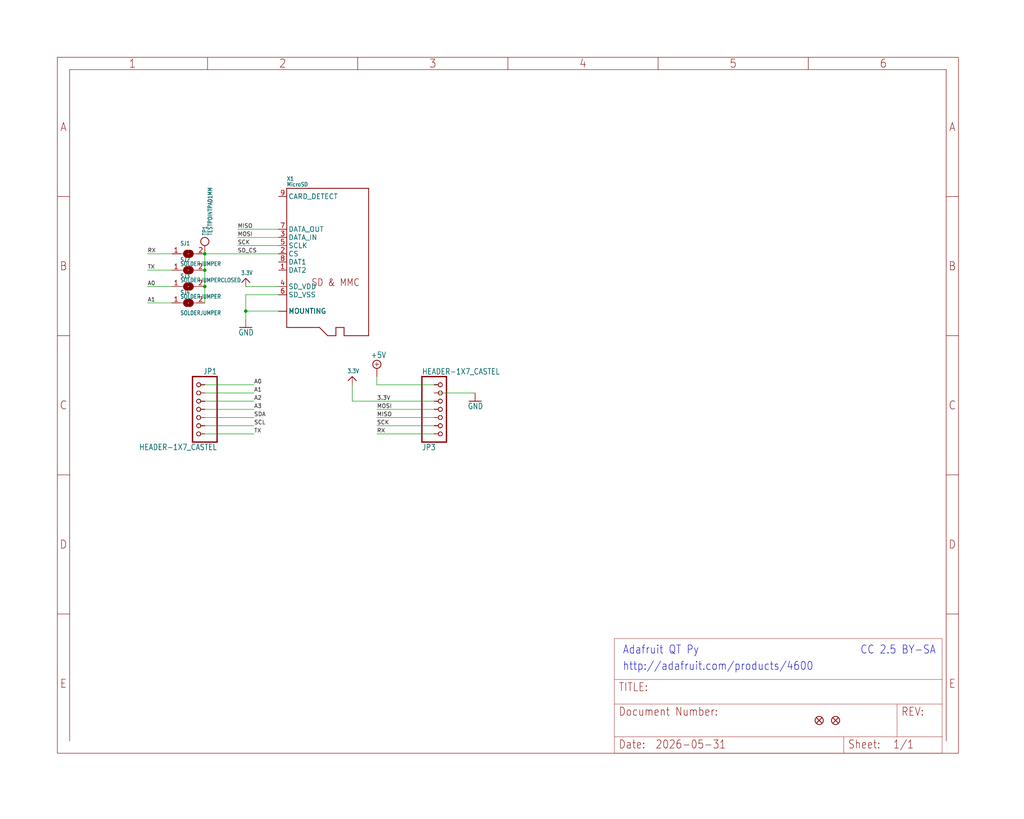
<source format=kicad_sch>
(kicad_sch (version 20250114) (generator "eeschema") (generator_version "9.0")
  (paper "User" 317.5 254.127)
  (lib_symbols
    (symbol "Adafruit microSD BFF-eagle-import:+5V" (power)
      (symbol "+5V_1_0"
        (polyline (pts (xy -0.635 1.27) (xy 0.635 1.27)) (stroke (width 0.1524)))
        (circle (center 0 1.27) (radius 1.27) (stroke (width 0.254)))
        (polyline (pts (xy 0 0.635) (xy 0 1.905)) (stroke (width 0.1524)))
        (pin power_in line (at 0 -2.54 90) (length 2.54) (name "+5V") (number "1"))
      )
    )
    (symbol "Adafruit microSD BFF-eagle-import:3.3V" (power)
      (symbol "3.3V_1_0"
        (polyline (pts (xy -1.27 -1.27) (xy 0 0)) (stroke (width 0.254)))
        (polyline (pts (xy 0 0) (xy 1.27 -1.27)) (stroke (width 0.254)))
        (pin power_in line (at 0 -2.54 90) (length 2.54) (name "3.3V") (number "1"))
      )
    )
    (symbol "Adafruit microSD BFF-eagle-import:FIDUCIAL_1MM"
      (symbol "FIDUCIAL_1MM_1_0"
        (polyline (pts (xy -0.762 0.762) (xy 0.762 -0.762)) (stroke (width 0.254)))
        (circle (center 0 0) (radius 1.27) (stroke (width 0.254)))
        (polyline (pts (xy 0.762 0.762) (xy -0.762 -0.762)) (stroke (width 0.254)))
      )
    )
    (symbol "Adafruit microSD BFF-eagle-import:FRAME_A_L"
      (symbol "FRAME_A_L_1_0"
        (polyline (pts (xy 0 215.9) (xy 279.4 215.9) (xy 279.4 0) (xy 0 0) (xy 0 215.9)))
        (polyline (pts (xy 0 172.72) (xy 3.81 172.72)))
        (polyline (pts (xy 0 129.54) (xy 3.81 129.54)))
        (polyline (pts (xy 0 86.36) (xy 3.81 86.36)))
        (polyline (pts (xy 0 43.18) (xy 3.81 43.18)))
        (polyline (pts (xy 3.81 212.09) (xy 3.81 3.81)))
        (polyline (pts (xy 46.5667 215.9) (xy 46.5667 212.09)))
        (polyline (pts (xy 93.1333 215.9) (xy 93.1333 212.09)))
        (polyline (pts (xy 139.7 215.9) (xy 139.7 212.09)))
        (polyline (pts (xy 186.2667 215.9) (xy 186.2667 212.09)))
        (polyline (pts (xy 232.8333 215.9) (xy 232.8333 212.09)))
        (polyline (pts (xy 275.59 212.09) (xy 3.81 212.09)))
        (polyline (pts (xy 275.59 212.09) (xy 275.59 3.81)))
        (polyline (pts (xy 275.59 172.72) (xy 279.4 172.72)))
        (polyline (pts (xy 275.59 129.54) (xy 279.4 129.54)))
        (polyline (pts (xy 275.59 86.36) (xy 279.4 86.36)))
        (polyline (pts (xy 275.59 43.18) (xy 279.4 43.18)))
        (text "A" (at 1.905 194.31 0) (effects (font (size 2.54 2.286))))
        (text "B" (at 1.905 151.13 0) (effects (font (size 2.54 2.286))))
        (text "C" (at 1.905 107.95 0) (effects (font (size 2.54 2.286))))
        (text "D" (at 1.905 64.77 0) (effects (font (size 2.54 2.286))))
        (text "E" (at 1.905 21.59 0) (effects (font (size 2.54 2.286))))
        (text "1" (at 23.2833 213.995 0) (effects (font (size 2.54 2.286))))
        (text "2" (at 69.85 213.995 0) (effects (font (size 2.54 2.286))))
        (text "3" (at 116.4167 213.995 0) (effects (font (size 2.54 2.286))))
        (text "4" (at 162.9833 213.995 0) (effects (font (size 2.54 2.286))))
        (text "5" (at 209.55 213.995 0) (effects (font (size 2.54 2.286))))
        (text "6" (at 256.1167 213.995 0) (effects (font (size 2.54 2.286))))
        (text "A" (at 277.495 194.31 0) (effects (font (size 2.54 2.286))))
        (text "B" (at 277.495 151.13 0) (effects (font (size 2.54 2.286))))
        (text "C" (at 277.495 107.95 0) (effects (font (size 2.54 2.286))))
        (text "D" (at 277.495 64.77 0) (effects (font (size 2.54 2.286))))
        (text "E" (at 277.495 21.59 0) (effects (font (size 2.54 2.286))))
      )
      (symbol "FRAME_A_L_2_0"
        (polyline (pts (xy 0 22.86) (xy 0 35.56)) (stroke (width 0.1016)))
        (polyline (pts (xy 0 22.86) (xy 101.6 22.86)) (stroke (width 0.1016)))
        (polyline (pts (xy 0 15.24) (xy 0 22.86)) (stroke (width 0.1016)))
        (polyline (pts (xy 0 5.08) (xy 0 15.24)) (stroke (width 0.1016)))
        (polyline (pts (xy 0 5.08) (xy 71.12 5.08)) (stroke (width 0.1016)))
        (polyline (pts (xy 0 0) (xy 0 5.08)) (stroke (width 0.1016)))
        (polyline (pts (xy 0 0) (xy 71.12 0)) (stroke (width 0.1016)))
        (polyline (pts (xy 71.12 5.08) (xy 71.12 0)) (stroke (width 0.1016)))
        (polyline (pts (xy 71.12 5.08) (xy 87.63 5.08)) (stroke (width 0.1016)))
        (polyline (pts (xy 71.12 0) (xy 101.6 0)) (stroke (width 0.1016)))
        (polyline (pts (xy 87.63 15.24) (xy 0 15.24)) (stroke (width 0.1016)))
        (polyline (pts (xy 87.63 15.24) (xy 87.63 5.08)) (stroke (width 0.1016)))
        (polyline (pts (xy 87.63 5.08) (xy 101.6 5.08)) (stroke (width 0.1016)))
        (polyline (pts (xy 101.6 35.56) (xy 0 35.56)) (stroke (width 0.1016)))
        (polyline (pts (xy 101.6 35.56) (xy 101.6 22.86)) (stroke (width 0.1016)))
        (polyline (pts (xy 101.6 22.86) (xy 101.6 15.24)) (stroke (width 0.1016)))
        (polyline (pts (xy 101.6 15.24) (xy 87.63 15.24)) (stroke (width 0.1016)))
        (polyline (pts (xy 101.6 15.24) (xy 101.6 5.08)) (stroke (width 0.1016)))
        (polyline (pts (xy 101.6 5.08) (xy 101.6 0)) (stroke (width 0.1016)))
        (text "TITLE:" (at 1.27 19.05 0) (effects (font (size 2.54 2.159)) (justify left bottom)))
        (text "Document Number:" (at 1.27 11.43 0) (effects (font (size 2.54 2.159)) (justify left bottom)))
        (text "Date:" (at 1.27 1.27 0) (effects (font (size 2.54 2.159)) (justify left bottom)))
        (text "${CURRENT_DATE}" (at 12.7 1.27 0) (effects (font (size 2.54 2.159)) (justify left bottom)))
        (text "${PROJECTNAME}" (at 17.78 19.05 0) (effects (font (size 2.54 2.159)) (justify left bottom)))
        (text "Sheet:" (at 72.39 1.27 0) (effects (font (size 2.54 2.159)) (justify left bottom)))
        (text "${#}/${##}" (at 86.36 1.27 0) (effects (font (size 2.54 2.159)) (justify left bottom)))
        (text "REV:" (at 88.9 11.43 0) (effects (font (size 2.54 2.159)) (justify left bottom)))
      )
    )
    (symbol "Adafruit microSD BFF-eagle-import:GND" (power)
      (symbol "GND_1_0"
        (polyline (pts (xy -1.905 0) (xy 1.905 0)) (stroke (width 0.254)))
        (pin power_in line (at 0 2.54 270) (length 2.54) (name "GND") (number "1"))
      )
    )
    (symbol "Adafruit microSD BFF-eagle-import:HEADER-1X7_CASTEL"
      (property "Reference" "JP" (at -6.35 10.795 0))
      (symbol "HEADER-1X7_CASTEL_1_0"
        (polyline (pts (xy -6.35 10.16) (xy -6.35 -10.16)) (stroke (width 0.4064)))
        (polyline (pts (xy -6.35 -10.16) (xy 1.27 -10.16)) (stroke (width 0.4064)))
        (polyline (pts (xy 1.27 10.16) (xy -6.35 10.16)) (stroke (width 0.4064)))
        (polyline (pts (xy 1.27 -10.16) (xy 1.27 10.16)) (stroke (width 0.4064)))
        (pin passive inverted (at -2.54 7.62 0) (length 2.54) (name "1") (number "1"))
        (pin passive inverted (at -2.54 7.62 0) (length 2.54) (name "1") (number "1C"))
        (pin passive inverted (at -2.54 5.08 0) (length 2.54) (name "2") (number "2"))
        (pin passive inverted (at -2.54 5.08 0) (length 2.54) (name "2") (number "2C"))
        (pin passive inverted (at -2.54 2.54 0) (length 2.54) (name "3") (number "3"))
        (pin passive inverted (at -2.54 2.54 0) (length 2.54) (name "3") (number "3C"))
        (pin passive inverted (at -2.54 0 0) (length 2.54) (name "4") (number "4"))
        (pin passive inverted (at -2.54 0 0) (length 2.54) (name "4") (number "4C"))
        (pin passive inverted (at -2.54 -2.54 0) (length 2.54) (name "5") (number "5"))
        (pin passive inverted (at -2.54 -2.54 0) (length 2.54) (name "5") (number "5C"))
        (pin passive inverted (at -2.54 -5.08 0) (length 2.54) (name "6") (number "6"))
        (pin passive inverted (at -2.54 -5.08 0) (length 2.54) (name "6") (number "6C"))
        (pin passive inverted (at -2.54 -7.62 0) (length 2.54) (name "7") (number "7"))
        (pin passive inverted (at -2.54 -7.62 0) (length 2.54) (name "7") (number "7C"))
      )
    )
    (symbol "Adafruit microSD BFF-eagle-import:MICROSD104031-0811"
      (property "Reference" "X" (at -12.7 22.606 0))
      (symbol "MICROSD104031-0811_1_0"
        (polyline (pts (xy -12.7 20.32) (xy -12.7 -22.86)) (stroke (width 0.254)))
        (polyline (pts (xy -12.7 -22.86) (xy -2.54 -22.86)) (stroke (width 0.254)))
        (polyline (pts (xy -2.54 -22.86) (xy 0 -25.4)) (stroke (width 0.254)))
        (polyline (pts (xy 0 -25.4) (xy 2.54 -25.4)) (stroke (width 0.254)))
        (polyline (pts (xy 2.54 -22.86) (xy 5.08 -22.86)) (stroke (width 0.254)))
        (polyline (pts (xy 2.54 -25.4) (xy 2.54 -22.86)) (stroke (width 0.254)))
        (polyline (pts (xy 5.08 -22.86) (xy 5.08 -25.4)) (stroke (width 0.254)))
        (polyline (pts (xy 5.08 -25.4) (xy 12.7 -25.4)) (stroke (width 0.254)))
        (polyline (pts (xy 12.7 20.32) (xy -12.7 20.32)) (stroke (width 0.254)))
        (polyline (pts (xy 12.7 -25.4) (xy 12.7 20.32)) (stroke (width 0.254)))
        (text "SD & MMC" (at -5.08 -10.16 0) (effects (font (size 2.1844 1.8567)) (justify left bottom)))
        (pin passive line (at -15.24 17.78 0) (length 2.54) (name "CARD_DETECT") (number "9"))
        (pin output line (at -15.24 7.62 0) (length 2.54) (name "DATA_OUT") (number "7"))
        (pin input line (at -15.24 5.08 0) (length 2.54) (name "DATA_IN") (number "3"))
        (pin input line (at -15.24 2.54 0) (length 2.54) (name "SCLK") (number "5"))
        (pin input line (at -15.24 0 0) (length 2.54) (name "CS") (number "2"))
        (pin bidirectional line (at -15.24 -2.54 0) (length 2.54) (name "DAT1") (number "8"))
        (pin bidirectional line (at -15.24 -5.08 0) (length 2.54) (name "DAT2") (number "1"))
        (pin power_in line (at -15.24 -10.16 0) (length 2.54) (name "SD_VDD") (number "4"))
        (pin power_in line (at -15.24 -12.7 0) (length 2.54) (name "SD_VSS") (number "6"))
        (pin passive line (at -15.24 -17.78 0) (length 2.54) (name "MOUNTING") (number "10"))
        (pin passive line (at -15.24 -17.78 0) (length 2.54) (name "MOUNTING") (number "G1"))
        (pin passive line (at -15.24 -17.78 0) (length 2.54) (name "MOUNTING") (number "G2"))
        (pin passive line (at -15.24 -17.78 0) (length 2.54) (name "MOUNTING") (number "G3"))
        (pin passive line (at -15.24 -17.78 0) (length 2.54) (name "MOUNTING") (number "G4"))
      )
    )
    (symbol "Adafruit microSD BFF-eagle-import:SOLDERJUMPER"
      (property "Reference" "SJ" (at -2.54 2.54 0))
      (symbol "SOLDERJUMPER_1_0"
        (polyline (pts (xy -2.54 0) (xy -1.651 0)) (stroke (width 0.1524)))
        (arc (start -0.381 -0.635) (mid -1.0159 0.0001) (end -0.3808 0.635) (stroke (width 1.27)))
        (arc (start 0.381 0.635) (mid 1.0159 -0.0001) (end 0.3808 -0.635) (stroke (width 1.27)))
        (polyline (pts (xy 2.54 0) (xy 1.651 0)) (stroke (width 0.1524)))
        (pin passive line (at -5.08 0 0) (length 2.54) (name "1") (number "1"))
        (pin passive line (at 5.08 0 180) (length 2.54) (name "2") (number "2"))
      )
    )
    (symbol "Adafruit microSD BFF-eagle-import:SOLDERJUMPERCLOSED"
      (property "Reference" "SJ" (at -2.54 2.54 0))
      (symbol "SOLDERJUMPERCLOSED_1_0"
        (polyline (pts (xy -2.54 0) (xy -1.651 0)) (stroke (width 0.1524)))
        (arc (start -0.381 -0.635) (mid -1.0159 0.0001) (end -0.3808 0.635) (stroke (width 1.27)))
        (arc (start 0.381 0.635) (mid 1.0159 -0.0001) (end 0.3808 -0.635) (stroke (width 1.27)))
        (polyline (pts (xy 2.54 0) (xy 1.651 0)) (stroke (width 0.1524)))
        (pin passive line (at -5.08 0 0) (length 2.54) (name "1") (number "1"))
        (pin passive line (at 5.08 0 180) (length 2.54) (name "2") (number "2"))
      )
    )
    (symbol "Adafruit microSD BFF-eagle-import:TESTPOINTPAD1MM"
      (property "Reference" "TP" (at 0 5.588 90))
      (symbol "TESTPOINTPAD1MM_1_0"
        (circle (center 0 3.81) (radius 1.27) (stroke (width 0.254)))
        (pin bidirectional line (at 0 0 90) (length 2.54) (name "P$1") (number "P$1"))
      )
    )
  )
  (text "http://adafruit.com/products/4600" (at 193.04 208.28 0) (effects (font (size 2.54 2.159)) (justify left bottom)))
  (text "Adafruit QT Py" (at 193.04 203.2 0) (effects (font (size 2.54 2.159)) (justify left bottom)))
  (text "CC 2.5 BY-SA" (at 266.7 203.2 0) (effects (font (size 2.54 2.159)) (justify left bottom)))
  (junction (at 63.5 88.9))
  (junction (at 76.2 96.52))
  (junction (at 63.5 83.82))
  (junction (at 63.5 78.74))
  (wire (pts (xy 63.5 127) (xy 78.74 127)) (stroke (width 0.1524)))
  (wire (pts (xy 86.36 91.44) (xy 76.2 91.44)) (stroke (width 0.1524)))
  (wire (pts (xy 76.2 96.52) (xy 76.2 99.06)) (stroke (width 0.1524)))
  (wire (pts (xy 134.62 134.62) (xy 116.84 134.62)) (stroke (width 0.1524)))
  (wire (pts (xy 86.36 76.2) (xy 73.66 76.2)) (stroke (width 0.1524)))
  (wire (pts (xy 53.34 78.74) (xy 45.72 78.74)) (stroke (width 0.1524)))
  (wire (pts (xy 134.62 119.38) (xy 116.84 119.38)) (stroke (width 0.1524)))
  (wire (pts (xy 76.2 91.44) (xy 76.2 96.52)) (stroke (width 0.1524)))
  (wire (pts (xy 116.84 132.08) (xy 134.62 132.08)) (stroke (width 0.1524)))
  (wire (pts (xy 78.74 134.62) (xy 63.5 134.62)) (stroke (width 0.1524)))
  (wire (pts (xy 109.22 124.46) (xy 109.22 119.38)) (stroke (width 0.1524)))
  (wire (pts (xy 63.5 83.82) (xy 63.5 88.9)) (stroke (width 0.1524)))
  (wire (pts (xy 134.62 121.92) (xy 147.32 121.92)) (stroke (width 0.1524)))
  (wire (pts (xy 53.34 83.82) (xy 45.72 83.82)) (stroke (width 0.1524)))
  (wire (pts (xy 134.62 124.46) (xy 109.22 124.46)) (stroke (width 0.1524)))
  (wire (pts (xy 78.74 129.54) (xy 63.5 129.54)) (stroke (width 0.1524)))
  (wire (pts (xy 73.66 73.66) (xy 86.36 73.66)) (stroke (width 0.1524)))
  (wire (pts (xy 63.5 121.92) (xy 78.74 121.92)) (stroke (width 0.1524)))
  (wire (pts (xy 53.34 93.98) (xy 45.72 93.98)) (stroke (width 0.1524)))
  (wire (pts (xy 86.36 88.9) (xy 76.2 88.9)) (stroke (width 0.1524)))
  (wire (pts (xy 116.84 119.38) (xy 116.84 116.84)) (stroke (width 0.1524)))
  (wire (pts (xy 63.5 88.9) (xy 63.5 93.98)) (stroke (width 0.1524)))
  (wire (pts (xy 76.2 96.52) (xy 86.36 96.52)) (stroke (width 0.1524)))
  (wire (pts (xy 63.5 78.74) (xy 86.36 78.74)) (stroke (width 0.1524)))
  (wire (pts (xy 134.62 129.54) (xy 116.84 129.54)) (stroke (width 0.1524)))
  (wire (pts (xy 63.5 78.74) (xy 63.5 83.82)) (stroke (width 0.1524)))
  (wire (pts (xy 63.5 119.38) (xy 78.74 119.38)) (stroke (width 0.1524)))
  (wire (pts (xy 78.74 124.46) (xy 63.5 124.46)) (stroke (width 0.1524)))
  (wire (pts (xy 116.84 127) (xy 134.62 127)) (stroke (width 0.1524)))
  (wire (pts (xy 63.5 132.08) (xy 78.74 132.08)) (stroke (width 0.1524)))
  (wire (pts (xy 86.36 71.12) (xy 73.66 71.12)) (stroke (width 0.1524)))
  (wire (pts (xy 45.72 88.9) (xy 53.34 88.9)) (stroke (width 0.1524)))
  (label "MOSI" (at 73.66 73.66 0) (effects (font (size 1.2446 1.2446))))
  (label "SCK" (at 116.84 132.08 0) (effects (font (size 1.2446 1.2446))))
  (label "A1" (at 45.72 93.98 0) (effects (font (size 1.2446 1.2446))))
  (label "SCK" (at 73.66 76.2 0) (effects (font (size 1.2446 1.2446))))
  (label "A2" (at 78.74 124.46 0) (effects (font (size 1.2446 1.2446))))
  (label "MOSI" (at 116.84 127 0) (effects (font (size 1.2446 1.2446))))
  (label "SD_CS" (at 73.66 78.74 0) (effects (font (size 1.2446 1.2446))))
  (label "TX" (at 78.74 134.62 0) (effects (font (size 1.2446 1.2446))))
  (label "MISO" (at 73.66 71.12 0) (effects (font (size 1.2446 1.2446))))
  (label "3.3V" (at 116.84 124.46 0) (effects (font (size 1.2446 1.2446))))
  (label "TX" (at 45.72 83.82 0) (effects (font (size 1.2446 1.2446))))
  (label "RX" (at 116.84 134.62 0) (effects (font (size 1.2446 1.2446))))
  (label "A0" (at 78.74 119.38 0) (effects (font (size 1.2446 1.2446))))
  (label "RX" (at 45.72 78.74 0) (effects (font (size 1.2446 1.2446))))
  (label "MISO" (at 116.84 129.54 0) (effects (font (size 1.2446 1.2446))))
  (label "A1" (at 78.74 121.92 0) (effects (font (size 1.2446 1.2446))))
  (label "SCL" (at 78.74 132.08 0) (effects (font (size 1.2446 1.2446))))
  (label "A3" (at 78.74 127 0) (effects (font (size 1.2446 1.2446))))
  (label "A0" (at 45.72 88.9 0) (effects (font (size 1.2446 1.2446))))
  (label "SDA" (at 78.74 129.54 0) (effects (font (size 1.2446 1.2446))))
  (symbol (lib_id "Adafruit microSD BFF-eagle-import:FRAME_A_L") (at 190.5 233.68 0) (unit 2)
    (property "Reference" "#FRAME1" (effects (hide yes)))
    (property "Value" "FRAME_A_L" (effects (hide yes)))
  )
  (symbol (lib_id "Adafruit microSD BFF-eagle-import:GND") (at 147.32 124.46 0) (mirror y) (unit 1)
    (property "Reference" "#GND2" (effects (hide yes)))
    (property "Value" "GND" (at 149.86 127 0) (effects (font (size 1.778 1.5113)) (justify left bottom)))
  )
  (symbol (lib_id "Adafruit microSD BFF-eagle-import:+5V") (at 116.84 114.3 0) (unit 1)
    (property "Reference" "#SUPPLY3" (effects (hide yes)))
    (property "Value" "+5V" (at 114.935 111.125 0) (effects (font (size 1.778 1.5113)) (justify left bottom)))
  )
  (symbol (lib_id "Adafruit microSD BFF-eagle-import:GND") (at 76.2 101.6 0) (mirror y) (unit 1)
    (property "Reference" "#GND1" (effects (hide yes)))
    (property "Value" "GND" (at 78.74 104.14 0) (effects (font (size 1.778 1.5113)) (justify left bottom)))
  )
  (symbol (lib_id "Adafruit microSD BFF-eagle-import:3.3V") (at 109.22 116.84 0) (unit 1)
    (property "Reference" "#U$4" (effects (hide yes)))
    (property "Value" "3.3V" (at 107.696 115.824 0) (effects (font (size 1.27 1.0795)) (justify left bottom)))
  )
  (symbol (lib_id "Adafruit microSD BFF-eagle-import:FIDUCIAL_1MM") (at 259.08 223.52 0) (unit 1)
    (property "Reference" "U$6" (effects (hide yes)))
    (property "Value" "FIDUCIAL_1MM" (effects (hide yes)))
    (property "Footprint" "Adafruit microSD BFF:FIDUCIAL_1MM" (effects (hide yes)))
  )
  (symbol (lib_id "Adafruit microSD BFF-eagle-import:HEADER-1X7_CASTEL") (at 137.16 127 0) (mirror x) (unit 1)
    (property "Reference" "JP3" (at 130.81 137.795 0) (effects (font (size 1.778 1.5113)) (justify left bottom)))
    (property "Value" "HEADER-1X7_CASTEL" (at 130.81 114.3 0) (effects (font (size 1.778 1.5113)) (justify left bottom)))
    (property "Footprint" "Adafruit microSD BFF:1X07_CASTEL" (effects (hide yes)))
  )
  (symbol (lib_id "Adafruit microSD BFF-eagle-import:HEADER-1X7_CASTEL") (at 60.96 127 0) (mirror y) (unit 1)
    (property "Reference" "JP1" (at 67.31 116.205 0) (effects (font (size 1.778 1.5113)) (justify left bottom)))
    (property "Value" "HEADER-1X7_CASTEL" (at 67.31 139.7 0) (effects (font (size 1.778 1.5113)) (justify left bottom)))
    (property "Footprint" "Adafruit microSD BFF:1X07_CASTEL" (effects (hide yes)))
  )
  (symbol (lib_id "Adafruit microSD BFF-eagle-import:SOLDERJUMPER") (at 58.42 88.9 0) (unit 1)
    (property "Reference" "SJ3" (at 55.88 86.36 0) (effects (font (size 1.27 1.0795)) (justify left bottom)))
    (property "Value" "SOLDERJUMPER" (at 55.88 92.71 0) (effects (font (size 1.27 1.0795)) (justify left bottom)))
    (property "Footprint" "Adafruit microSD BFF:SOLDERJUMPER_ARROW_NOPASTE" (effects (hide yes)))
  )
  (symbol (lib_id "Adafruit microSD BFF-eagle-import:TESTPOINTPAD1MM") (at 63.5 78.74 0) (unit 1)
    (property "Reference" "TP1" (at 63.5 73.152 90) (effects (font (size 1.27 1.0795)) (justify left)))
    (property "Value" "TESTPOINTPAD1MM" (at 65.151 73.152 90) (effects (font (size 1.27 1.0795)) (justify left)))
    (property "Footprint" "Adafruit microSD BFF:TESTPOINT_PAD_1MM" (effects (hide yes)))
  )
  (symbol (lib_id "Adafruit microSD BFF-eagle-import:MICROSD104031-0811") (at 101.6 78.74 0) (unit 1)
    (property "Reference" "X1" (at 88.9 56.134 0) (effects (font (size 1.27 1.0795)) (justify left bottom)))
    (property "Value" "MicroSD" (at 88.9 57.912 0) (effects (font (size 1.27 1.0795)) (justify left bottom)))
    (property "Footprint" "Adafruit microSD BFF:MOLEX_104031-0811" (effects (hide yes)))
  )
  (symbol (lib_id "Adafruit microSD BFF-eagle-import:SOLDERJUMPER") (at 58.42 78.74 0) (unit 1)
    (property "Reference" "SJ1" (at 55.88 76.2 0) (effects (font (size 1.27 1.0795)) (justify left bottom)))
    (property "Value" "SOLDERJUMPER" (at 55.88 82.55 0) (effects (font (size 1.27 1.0795)) (justify left bottom)))
    (property "Footprint" "Adafruit microSD BFF:SOLDERJUMPER_ARROW_NOPASTE" (effects (hide yes)))
  )
  (symbol (lib_id "Adafruit microSD BFF-eagle-import:FRAME_A_L") (at 17.78 233.68 0) (unit 1)
    (property "Reference" "#FRAME1" (effects (hide yes)))
    (property "Value" "FRAME_A_L" (effects (hide yes)))
  )
  (symbol (lib_id "Adafruit microSD BFF-eagle-import:SOLDERJUMPER") (at 58.42 93.98 0) (unit 1)
    (property "Reference" "SJ4" (at 55.88 91.44 0) (effects (font (size 1.27 1.0795)) (justify left bottom)))
    (property "Value" "SOLDERJUMPER" (at 55.88 97.79 0) (effects (font (size 1.27 1.0795)) (justify left bottom)))
    (property "Footprint" "Adafruit microSD BFF:SOLDERJUMPER_ARROW_NOPASTE" (effects (hide yes)))
  )
  (symbol (lib_id "Adafruit microSD BFF-eagle-import:FIDUCIAL_1MM") (at 254 223.52 0) (unit 1)
    (property "Reference" "U$8" (effects (hide yes)))
    (property "Value" "FIDUCIAL_1MM" (effects (hide yes)))
    (property "Footprint" "Adafruit microSD BFF:FIDUCIAL_1MM" (effects (hide yes)))
  )
  (symbol (lib_id "Adafruit microSD BFF-eagle-import:SOLDERJUMPERCLOSED") (at 58.42 83.82 0) (unit 1)
    (property "Reference" "SJ2" (at 55.88 81.28 0) (effects (font (size 1.27 1.0795)) (justify left bottom)))
    (property "Value" "SOLDERJUMPERCLOSED" (at 55.88 87.63 0) (effects (font (size 1.27 1.0795)) (justify left bottom)))
    (property "Footprint" "Adafruit microSD BFF:SOLDERJUMPER_CLOSEDWIRE" (effects (hide yes)))
  )
  (symbol (lib_id "Adafruit microSD BFF-eagle-import:3.3V") (at 76.2 86.36 0) (unit 1)
    (property "Reference" "#U$1" (effects (hide yes)))
    (property "Value" "3.3V" (at 74.676 85.344 0) (effects (font (size 1.27 1.0795)) (justify left bottom)))
  )
)
</source>
